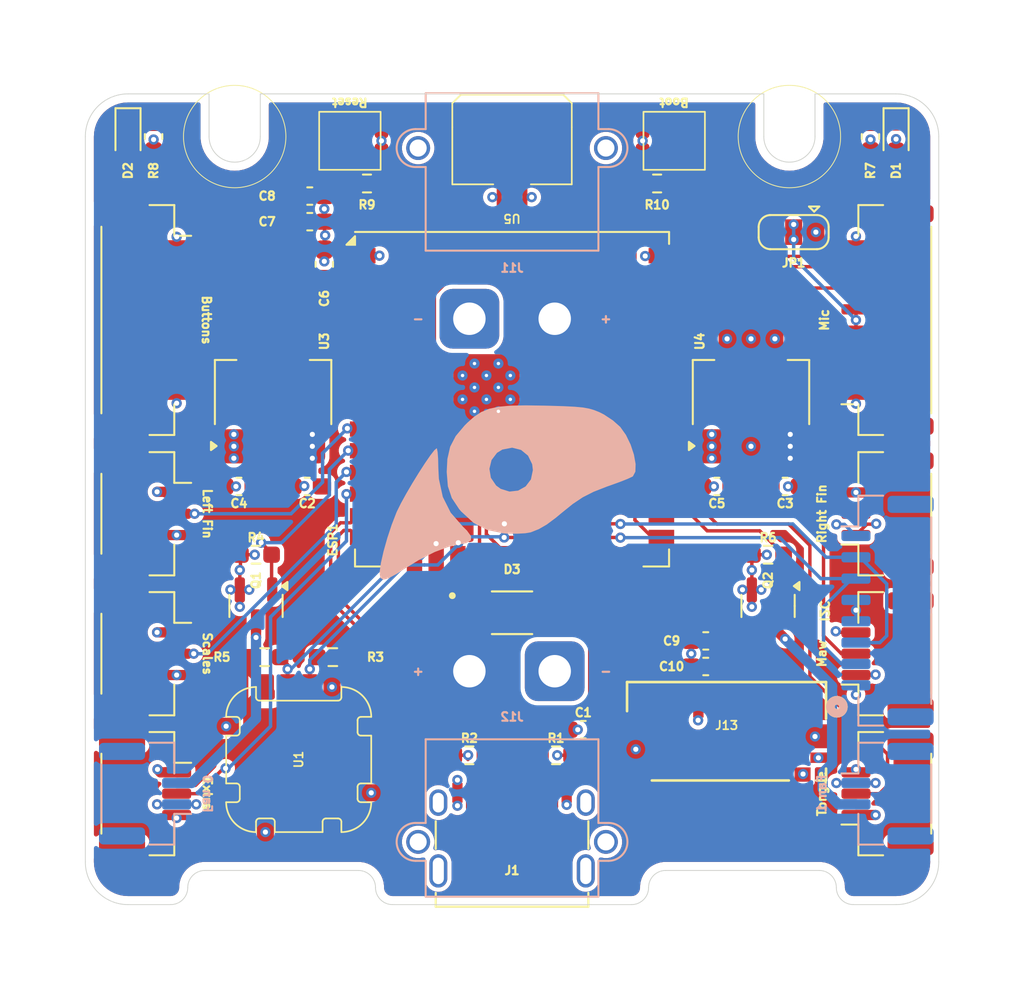
<source format=kicad_pcb>
(kicad_pcb (version 20241229) (generator "pcbnew") (generator_version "9.0")
  (layers (0 "F.Cu" signal) (4 "In1.Cu" signal) (6 "In2.Cu" signal) (2 "B.Cu" signal) (13 "F.Paste" user) (15 "B.Paste" user) (5 "F.SilkS" user "F.Silkscreen") (7 "B.SilkS" user "B.Silkscreen") (1 "F.Mask" user) (3 "B.Mask" user) (25 "Edge.Cuts" user))
  (net 0 "")
  (net 1 "Net-(ESP1-GPIO0{slash}BOOT)")
  (net 2 "GND")
  (net 3 "Net-(J1-VBUS_A)")
  (net 4 "+3V3")
  (net 5 "+5V")
  (net 6 "Net-(ESP1-EN)")
  (net 7 "Net-(D1-K)")
  (net 8 "Net-(D2-K)")
  (net 14 "Main USB +")
  (net 17 "Main USB -")
  (net 23 "Net-(J1-CC1)")
  (net 24 "Net-(J1-CC2)")
  (net 28 "SD SPI MISO")
  (net 29 "SD SPI CLK")
  (net 30 "SD SPI CS")
  (net 31 "SD SPI MOSI")
  (net 32 "Addr LED 0")
  (net 33 "Addr LED 1")
  (net 34 "Addr LED 2")
  (net 35 "Addr LED 3")
  (net 36 "Addr LED 4")
  (net 37 "Addr LED 5")
  (net 38 "I2S CLK")
  (net 39 "I2S WS")
  (net 40 "I2S Dout{slash}Analog")
  (net 41 "I2S L-R")
  (net 42 "Power UART TX")
  (net 43 "+RAWVS")
  (net 44 "Power UART RX")
  (net 45 "Fan 0")
  (net 46 "Fan 1")
  (net 47 "I2C SCL")
  (net 48 "I2C SDA")
  (net 49 "Button 3")
  (net 50 "Button 0")
  (net 51 "Button 2")
  (net 52 "Button 1")
  (net 53 "Net-(J9-Pin_2)")
  (net 54 "Net-(J10-Pin_2)")
  (net 57 "Net-(J14-Pin_4)")
  (footprint "Connector_JST:JST_GH_SM03B-GHS-TB_1x03-1MP_P1.25mm_Horizontal" (layer "F.Cu") (at 122 67.1 90)
    (property "Reference" "J5" (hide yes))
    (property "Value" "Right Fin")
  )
  (footprint "Capacitor_SMD:C_0603_1608Metric_Pad1.08x0.95mm_HandSolder" (layer "F.Cu") (at 116 65.5)
    (property "Reference" "C3")
    (property "Value" "0.1uf" (hide yes))
  )
  (footprint "Package_TO_SOT_SMD:SOT-23" (layer "F.Cu") (at 85 72.5 -90)
    (property "Reference" "Q1")
    (property "Value" "DMG3402L" (hide yes))
  )
  (footprint "Resistor_SMD:R_0603_1608Metric" (layer "F.Cu") (at 102.575 81.25)
    (property "Reference" "R1")
    (property "Value" "5.1K" (hide yes))
  )
  (footprint "Capacitor_SMD:C_0603_1608Metric_Pad1.08x0.95mm_HandSolder" (layer "F.Cu") (at 88.15 48.4875)
    (property "Reference" "C8")
    (property "Value" "0.1uF" (hide yes))
  )
  (footprint "Capacitor_SMD:C_0603_1608Metric_Pad1.08x0.95mm_HandSolder" (layer "F.Cu") (at 88.15 49.9875)
    (property "Reference" "C7")
    (property "Value" "22uF" (hide yes))
  )
  (footprint "Package_TO_SOT_SMD:SOT-223-3_TabPin2" (layer "F.Cu") (at 114 60 90)
    (property "Reference" "U4")
    (property "Value" "LD1117S50TR_SOT223" (hide yes))
  )
  (footprint "Connector_JST:JST_GH_SM03B-GHS-TB_1x03-1MP_P1.25mm_Horizontal" (layer "F.Cu") (at 78.5 83.5 -90)
    (property "Reference" "J7" (hide yes))
    (property "Value" "Extra")
  )
  (footprint "Resistor_SMD:R_0603_1608Metric" (layer "F.Cu") (at 97.5 81.25 180)
    (property "Reference" "R2")
    (property "Value" "5.1K" (hide yes))
  )
  (footprint "Package_TO_SOT_SMD:SOT-23" (layer "F.Cu") (at 115 72.5 -90)
    (property "Reference" "Q2")
    (property "Value" "DMG3402L" (hide yes))
  )
  (footprint "Diode_SMD:D_0603_1608Metric_Pad1.05x0.95mm_HandSolder" (layer "F.Cu") (at 77.5 45 -90)
    (property "Reference" "D2")
    (property "Value" "LED" (hide yes))
  )
  (footprint "Package_TO_SOT_SMD:SOT-223-3_TabPin2" (layer "F.Cu") (at 86 60 90)
    (property "Reference" "U3")
    (property "Value" "LD1117S33TR_SOT223" (hide yes))
  )
  (footprint "Capacitor_SMD:C_0603_1608Metric_Pad1.08x0.95mm_HandSolder" (layer "F.Cu") (at 111.35 74.55 180)
    (property "Reference" "C9")
    (property "Value" "22uF" (hide yes))
  )
  (footprint "USBC:AMPHENOL_10171746-00021LF" (layer "F.Cu") (at 100 88.025)
    (property "Reference" "J1")
    (property "Value" "10171746-00021LF" (hide yes))
  )
  (footprint "Resistor_SMD:R_0603_1608Metric_Pad0.98x0.95mm_HandSolder" (layer "F.Cu") (at 85.5 75.5)
    (property "Reference" "R5")
    (property "Value" "10K" (hide yes))
  )
  (footprint "Resistor_SMD:R_0603_1608Metric" (layer "F.Cu") (at 91.5 47.75 180)
    (property "Reference" "R9")
    (property "Value" "10K" (hide yes))
  )
  (footprint "Capacitor_SMD:C_0603_1608Metric_Pad1.08x0.95mm_HandSolder" (layer "F.Cu") (at 112 65.5 180)
    (property "Reference" "C5")
    (property "Value" "10uf" (hide yes))
  )
  (footprint "Connector_JST:JST_GH_SM08B-GHS-TB_1x08-1MP_P1.25mm_Horizontal" (layer "F.Cu") (at 122 55.75 90)
    (property "Reference" "J14" (hide yes))
    (property "Value" "Mic")
  )
  (footprint "Connector_JST:JST_GH_SM03B-GHS-TB_1x03-1MP_P1.25mm_Horizontal" (layer "F.Cu") (at 78.5 67.1 -90)
    (property "Reference" "J4" (hide yes))
    (property "Value" "Left Fin")
  )
  (footprint "Capacitor_SMD:C_0603_1608Metric_Pad1.08x0.95mm_HandSolder" (layer "F.Cu") (at 84 65.5 180)
    (property "Reference" "C4")
    (property "Value" "10uf" (hide yes))
  )
  (footprint "PMEG Diode:DIO_PMEG3050EP_115" (layer "F.Cu") (at 100 72.9)
    (property "Reference" "D3")
    (property "Value" "PMEG3050EP_115" (hide yes))
  )
  (footprint "Capacitor_SMD:C_0603_1608Metric" (layer "F.Cu") (at 104.175 79.75 180)
    (property "Reference" "C1")
    (property "Value" "10uF" (hide yes))
  )
  (footprint "Micro SD:MicroSD_473092651" (layer "F.Cu") (at 112.572906 78.434)
    (property "Reference" "J13")
    (property "Value" "MicroSD" (hide yes))
  )
  (footprint "Buttons:R-667843" (layer "F.Cu") (at 109.5 45.25 180)
    (property "Reference" "SW1" (hide yes))
    (property "Value" "Boot" (hide yes))
  )
  (footprint "Buttons:R-667843" (layer "F.Cu") (at 90.5 45.25)
    (property "Reference" "SW2" (hide yes))
    (property "Value" "RST" (hide yes))
  )
  (footprint "Connector_JST:JST_GH_SM08B-GHS-TB_1x08-1MP_P1.25mm_Horizontal" (layer "F.Cu") (at 78.5 55.75 -90)
    (property "Reference" "J8" (hide yes))
    (property "Value" "Buttons")
  )
  (footprint "Custom Modules:Sensored" (layer "F.Cu") (at 87.5 81.5 90)
    (property "Reference" "U1")
    (property "Value" "Sensored" (hide yes))
  )
  (footprint "Diode_SMD:D_0603_1608Metric_Pad1.05x0.95mm_HandSolder" (layer "F.Cu") (at 122.5 45 -90)
    (property "Reference" "D1")
    (property "Value" "LED" (hide yes))
  )
  (footprint "Resistor_SMD:R_0603_1608Metric_Pad0.98x0.95mm_HandSolder" (layer "F.Cu") (at 85 69.5 180)
    (property "Reference" "R4")
    (property "Value" "10K" (hide yes))
  )
  (footprint "Connector_JST:JST_GH_SM03B-GHS-TB_1x03-1MP_P1.25mm_Horizontal" (layer "F.Cu") (at 78.5 75.3 -90)
    (property "Reference" "J6" (hide yes))
    (property "Value" "Scales")
  )
  (footprint "Jumper:SolderJumper-3_P1.3mm_Open_RoundedPad1.0x1.5mm" (layer "F.Cu") (at 116.5 50.6 180)
    (property "Reference" "JP1")
    (property "Value" "SolderJumper_3_Open" (hide yes))
  )
  (footprint "Capacitor_SMD:C_0603_1608Metric_Pad1.08x0.95mm_HandSolder" (layer "F.Cu") (at 121 45 -90)
    (property "Reference" "R7")
    (property "Value" "155ohm min" (hide yes))
  )
  (footprint "Connector_JST:JST_GH_SM03B-GHS-TB_1x03-1MP_P1.25mm_Horizontal" (layer "F.Cu") (at 122 83.5 90)
    (property "Reference" "J3" (hide yes))
    (property "Value" "Tongue")
  )
  (footprint "Resistor_SMD:R_0603_1608Metric_Pad0.98x0.95mm_HandSolder" (layer "F.Cu") (at 89.5 75.5 180)
    (property "Reference" "R3")
    (property "Value" "10K" (hide yes))
  )
  (footprint "Capacitor_SMD:C_0603_1608Metric_Pad1.08x0.95mm_HandSolder" (layer "F.Cu") (at 111.35 76.05 180)
    (property "Reference" "C10")
    (property "Value" "0.1uF" (hide yes))
  )
  (footprint "RF_Module:ESP32-S3-WROOM-1U" (layer "F.Cu") (at 100 60.39)
    (property "Reference" "ESP1")
    (property "Value" "ESP32-S3-WROOM-1U" (hide yes))
  )
  (footprint "Capacitor_SMD:C_0603_1608Metric_Pad1.08x0.95mm_HandSolder" (layer "F.Cu") (at 88 65.5 180)
    (property "Reference" "C2")
    (property "Value" "0.1uf" (hide yes))
  )
  (footprint "Resistor_SMD:R_0603_1608Metric" (layer "F.Cu") (at 108.5 47.75)
    (property "Reference" "R10")
    (property "Value" "10K" (hide yes))
  )
  (footprint "Capacitor_SMD:C_0603_1608Metric_Pad1.08x0.95mm_HandSolder" (layer "F.Cu") (at 89 52.4875 -90)
    (property "Reference" "C6")
    (property "Value" "1uF" (hide yes))
  )
  (footprint "FCC:FFC-4-0.5" (layer "F.Cu") (at 100 47.9 180)
    (property "Reference" "U5")
    (property "Value" "Substructure" (hide yes))
  )
  (footprint "Resistor_SMD:R_0603_1608Metric_Pad0.98x0.95mm_HandSolder" (layer "F.Cu") (at 115 69.5 180)
    (property "Reference" "R6")
    (property "Value" "10K" (hide yes))
  )
  (footprint "Connector_JST:JST_GH_SM03B-GHS-TB_1x03-1MP_P1.25mm_Horizontal" (layer "F.Cu") (at 122 75.3 90)
    (property "Reference" "J2" (hide yes))
    (property "Value" "Maw")
  )
  (footprint "Capacitor_SMD:C_0603_1608Metric_Pad1.08x0.95mm_HandSolder" (layer "F.Cu") (at 79 45 -90)
    (property "Reference" "R8")
    (property "Value" "70ohm min" (hide yes))
  )
  (footprint "Connector_JST:JST_GH_SM02B-GHS-TB_1x02-1MP_P1.25mm_Horizontal" (layer "B.Cu") (at 122 83.5 -90)
    (property "Reference" "J10" (hide yes))
    (property "Value" "Fan 1")
  )
  (footprint "Connector_JST:JST_GH_SM02B-GHS-TB_1x02-1MP_P1.25mm_Horizontal" (layer "B.Cu") (at 78.5 83.5 90)
    (property "Reference" "J9" (hide yes))
    (property "Value" "Fan 0")
  )
  (footprint "Connector_AMASS:AMASS_XT30PW-M_1x02_P2.50mm_Horizontal" (layer "B.Cu") (at 97.5 55.675 180)
    (property "Reference" "J11")
    (property "Value" "Substructure Power" (hide yes))
  )
  (footprint "Connector_AMASS:AMASS_XT30PW-M_1x02_P2.50mm_Horizontal" (layer "B.Cu") (at 102.5 76.325)
    (property "Reference" "J12")
    (property "Value" "Head Power" (hide yes))
  )
  (footprint "LOGO" (layer "B.Cu") (at 99.75 66 180)
    (property "Reference" "G***" (hide yes))
    (property "Value" "LOGO" (hide yes))
  )
  (footprint "Connector_JST:JST_GH_SM08B-GHS-TB_1x08-1MP_P1.25mm_Horizontal" (layer "B.Cu") (at 122 72.775 -90)
    (property "Reference" "J15" (hide yes))
    (property "Value" "I2C")
  )
  (gr_circle (center 83.75 45) (end 86.75 45) (stroke (width 0.05)) (fill no) (layer "F.SilkS"))
  (gr_circle (center 116.25 45) (end 119.25 45) (stroke (width 0.05)) (fill no) (layer "F.SilkS"))
  (gr_arc (start 125 87.5) (mid 124.267767 89.267767) (end 122.5 90) (stroke (width 0.05)) (layer "Edge.Cuts"))
  (gr_arc (start 85.25 45) (mid 83.75 46.5) (end 82.25 45) (stroke (width 0.05)) (layer "Edge.Cuts"))
  (gr_line (start 75 87.5) (end 75 45) (stroke (width 0.05)) (layer "Edge.Cuts"))
  (gr_arc (start 77.5 90) (mid 75.732233 89.267767) (end 75 87.5) (stroke (width 0.05)) (layer "Edge.Cuts"))
  (gr_line (start 85.25 45) (end 85.25 42.5) (stroke (width 0.05)) (layer "Edge.Cuts"))
  (gr_arc (start 75 45) (mid 75.732233 43.232233) (end 77.5 42.5) (stroke (width 0.05)) (layer "Edge.Cuts"))
  (gr_arc (start 93 90) (mid 92.292893 89.707107) (end 92 89) (stroke (width 0.05)) (layer "Edge.Cuts"))
  (gr_line (start 80 90) (end 77.5 90) (stroke (width 0.05)) (layer "Edge.Cuts"))
  (gr_line (start 85.25 42.5) (end 114.75 42.5) (stroke (width 0.05)) (layer "Edge.Cuts"))
  (gr_line (start 82.25 45) (end 82.25 42.5) (stroke (width 0.05)) (layer "Edge.Cuts"))
  (gr_arc (start 122.5 42.5) (mid 124.267767 43.232233) (end 125 45) (stroke (width 0.05)) (layer "Edge.Cuts"))
  (gr_line (start 120 90) (end 122.5 90) (stroke (width 0.05)) (layer "Edge.Cuts"))
  (gr_arc (start 120 90) (mid 119.292893 89.707107) (end 119 89) (stroke (width 0.05)) (layer "Edge.Cuts"))
  (gr_arc (start 117.75 45) (mid 116.25 46.5) (end 114.75 45) (stroke (width 0.05)) (layer "Edge.Cuts"))
  (gr_line (start 125 45) (end 125 87.5) (stroke (width 0.05)) (layer "Edge.Cuts"))
  (gr_line (start 107 90) (end 93 90) (stroke (width 0.05)) (layer "Edge.Cuts"))
  (gr_arc (start 81 89) (mid 80.707107 89.707107) (end 80 90) (stroke (width 0.05)) (layer "Edge.Cuts"))
  (gr_line (start 117.75 45) (end 117.75 42.5) (stroke (width 0.05)) (layer "Edge.Cuts"))
  (gr_arc (start 108 89) (mid 107.707107 89.707107) (end 107 90) (stroke (width 0.05)) (layer "Edge.Cuts"))
  (gr_line (start 118 88) (end 109 88) (stroke (width 0.05)) (layer "Edge.Cuts"))
  (gr_line (start 117.75 42.5) (end 122.5 42.5) (stroke (width 0.05)) (layer "Edge.Cuts"))
  (gr_line (start 91 88) (end 82 88) (stroke (width 0.05)) (layer "Edge.Cuts"))
  (gr_arc (start 118 88) (mid 118.707107 88.292893) (end 119 89) (stroke (width 0.05)) (layer "Edge.Cuts"))
  (gr_line (start 114.75 45) (end 114.75 42.5) (stroke (width 0.05)) (layer "Edge.Cuts"))
  (gr_line (start 82.25 42.5) (end 77.5 42.5) (stroke (width 0.05)) (layer "Edge.Cuts"))
  (gr_arc (start 81 89) (mid 81.292892 88.292892) (end 82 88) (stroke (width 0.05)) (layer "Edge.Cuts"))
  (gr_arc (start 91 88) (mid 91.707107 88.292893) (end 92 89) (stroke (width 0.05)) (layer "Edge.Cuts"))
  (gr_arc (start 108 89) (mid 108.292892 88.292892) (end 109 88) (stroke (width 0.05)) (layer "Edge.Cuts"))
  (segment (start 107.199 49.801) (end 109.25 47.75) (width 0.2) (layer "F.Cu") (net 1))
  (segment (start 108.75 68.49) (end 108.218 68.49) (width 0.2) (layer "F.Cu") (net 1))
  (segment (start 111.35 44.5) (end 111.35 46) (width 0.2) (layer "F.Cu") (net 1))
  (segment (start 107.199 67.471) (end 107.199 49.801) (width 0.2) (layer "F.Cu") (net 1))
  (segment (start 109.25 47.75) (end 109.325 47.75) (width 0.2) (layer "F.Cu") (net 1))
  (segment (start 109.6 47.75) (end 111.35 46) (width 0.2) (layer "F.Cu") (net 1))
  (segment (start 111.425 46.075) (end 111.35 46) (width 0.2) (layer "F.Cu") (net 1))
  (segment (start 109.325 47.75) (end 109.6 47.75) (width 0.2) (layer "F.Cu") (net 1))
  (segment (start 108.218 68.49) (end 107.199 67.471) (width 0.2) (layer "F.Cu") (net 1))
  (segment (start 113.5125 71.5625) (end 113.5 71.55) (width 0.2) (layer "F.Cu") (net 2))
  (segment (start 84.0875 70.3625) (end 84.05 70.4) (width 0.2) (layer "F.Cu") (net 2))
  (segment (start 111.7 63.15) (end 111.7 63.85) (width 0.2) (layer "F.Cu") (net 2))
  (segment (start 117.957194 81.392806) (end 117.95 81.4) (width 0.2) (layer "F.Cu") (net 2))
  (segment (start 111.824313 65.5) (end 111.825 65.499313) (width 0.2) (layer "F.Cu") (net 2))
  (segment (start 89 49.0875) (end 88.85 49.2375) (width 0.2) (layer "F.Cu") (net 2))
  (segment (start 84.5875 71.5625) (end 84.6 71.55) (width 0.2) (layer "F.Cu") (net 2))
  (segment (start 79 45.8625) (end 79 45.175687) (width 0.2) (layer "F.Cu") (net 2))
  (segment (start 103.4 79.75) (end 103.85 79.75) (width 0.2) (layer "F.Cu") (net 2))
  (segment (start 89 49.85) (end 88.8625 49.9875) (width 0.2) (layer "F.Cu") (net 2))
  (segment (start 84.05 71.5625) (end 84.05 70.4) (width 0.2) (layer "F.Cu") (net 2))
  (segment (start 79 45.175687) (end 78.999313 45.175) (width 0.2) (layer "F.Cu") (net 2))
  (segment (start 120.15 51.375) (end 120.15 50.85) (width 0.2) (layer "F.Cu") (net 2))
  (segment (start 87.1375 65.5) (end 87.800343 65.5) (width 0.2) (layer "F.Cu") (net 2))
  (segment (start 108.75 51.98) (end 107.82 51.98) (width 0.2) (layer "F.Cu") (net 2))
  (segment (start 83.1375 65.5) (end 83.825 65.5) (width 0.2) (layer "F.Cu") (net 2))
  (segment (start 96.8 83.45) (end 96.8 84.206224) (width 0.2) (layer "F.Cu") (net 2))
  (segment (start 88.85 49.2375) (end 89 49.3875) (width 0.2) (layer "F.Cu") (net 2))
  (segment (start 110.916618 78.41) (end 110.916618 79.183382) (width 0.2) (layer "F.Cu") (net 2))
  (segment (start 89.0125 50.75) (end 89.05 50.7875) (width 0.2) (layer "F.Cu") (net 2))
  (segment (start 99.25 48.55) (end 98.85 48.55) (width 0.2) (layer "F.Cu") (net 2))
  (segment (start 96.8 83.45) (end 96.8 82.7) (width 0.2) (layer "F.Cu") (net 2))
  (segment (start 111.1375 65.5) (end 111.824313 65.5) (width 0.2) (layer "F.Cu") (net 2))
  (segment (start 87.800343 65.5) (end 87.825 65.475343) (width 0.2) (layer "F.Cu") (net 2))
  (segment (start 116.8625 65.5) (end 116.175 65.5) (width 0.2) (layer "F.Cu") (net 2))
  (segment (start 92.23 51.98) (end 91.25 51.98) (width 0.2) (layer "F.Cu") (net 2))
  (segment (start 89 48.625) (end 89 49.0875) (width 0.2) (layer "F.Cu") (net 2))
  (segment (start 83.7 63.15) (end 83.7 63.85) (width 0.2) (layer "F.Cu") (net 2))
  (segment (start 88.8625 48.4875) (end 89 48.625) (width 0.2) (layer "F.Cu") (net 2))
  (segment (start 92.35 46) (end 92.35 45.25) (width 0.2) (layer "F.Cu") (net 2))
  (segment (start 107.261194 80.890307) (end 107.259693 80.890307) (width 0.2) (layer "F.Cu") (net 2))
  (segment (start 117.021106 82.3807) (end 117.021106 82.378894) (width 0.2) (layer "F.Cu") (net 2))
  (segment (start 120.15 74.05) (end 119.028243 74.05) (width 0.2) (layer "F.Cu") (net 2))
  (segment (start 117.973605 81.392806) (end 117.957194 81.392806) (width 0.2) (layer "F.Cu") (net 2))
  (segment (start 119.028243 74.05) (end 118.965069 73.986826) (width 0.2) (layer "F.Cu") (net 2))
  (segment (start 89 51.625) (end 89 50.8375) (width 0.2) (layer "F.Cu") (net 2))
  (segment (start 103.4 81.25) (end 102.65 81.25) (width 0.2) (layer "F.Cu") (net 2))
  (segment (start 84.05 71.5625) (end 84.05 72.55) (width 0.2) (layer "F.Cu") (net 2))
  (segment (start 114.05 70.4) (end 114.05 69.5375) (width 0.2) (layer "F.Cu") (net 2))
  (segment (start 107.65 44.5) (end 107.65 45.25) (width 0.2) (layer "F.Cu") (net 2))
  (segment (start 84.924313 69.5) (end 84.925 69.499313) (width 0.2) (layer "F.Cu") (net 2))
  (segment (start 84.0875 69.5) (end 84.924313 69.5) (width 0.2) (layer "F.Cu") (net 2))
  (segment (start 84.0875 69.5) (end 84.0875 70.3625) (width 0.2) (layer "F.Cu") (net 2))
  (segment (start 89.0125 49.9875) (end 89.0125 50.75) (width 0.2) (layer "F.Cu") (net 2))
  (segment (start 80.35 51.375) (end 80.35 50.875) (width 0.2) (layer "F.Cu") (net 2))
  (segment (start 89 50.8375) (end 89.05 50.7875) (width 0.2) (layer "F.Cu") (net 2))
  (segment (start 84.05 71.5625) (end 83.5125 71.5625) (width 0.2) (layer "F.Cu") (net 2))
  (segment (start 89 49.3875) (end 89 49.85) (width 0.2) (layer "F.Cu") (net 2))
  (segment (start 110.4875 76.05) (end 110.4875 75.3125) (width 0.2) (layer "F.Cu") (net 2))
  (segment (start 92.35 44.5) (end 92.35 45.25) (width 0.2) (layer "F.Cu") (net 2))
  (segment (start 117.745006 80.145006) (end 117.75 80.15) (width 0.2) (layer "F.Cu") (net 2))
  (segment (start 100.75 48.55) (end 101.15 48.55) (width 0.2) (layer "F.Cu") (net 2))
  (segment (start 110.916618 79.183382) (end 110.9 79.2) (width 0.2) (layer "F.Cu") (net 2))
  (segment (start 80.35 84.75) (end 80.35 84.925) (width 0.2) (layer "F.Cu") (net 2))
  (segment (start 114.05 71.5625) (end 113.5125 71.5625) (width 0.2) (layer "F.Cu") (net 2))
  (segment (start 80.35 60.125) (end 80.35 60.625) (width 0.2) (layer "F.Cu") (net 2))
  (segment (start 84.05 71.5625) (end 84.5875 71.5625) (width 0.2) (layer "F.Cu") (net 2))
  (segment (start 120.15 82.25) (end 120.15 82.075) (width 0.2) (layer "F.Cu") (net 2))
  (segment (start 97.415338 81.5) (end 97.425 81.490338) (width 0.2) (layer "F.Cu") (net 2))
  (segment (start 117.745006 80.138005) (end 117.745006 80.145006) (width 0.2) (layer "F.Cu") (net 2))
  (segment (start 114.924313 69.5) (end 114.925 69.499313) (width 0.2) (layer "F.Cu") (net 2))
  (segment (start 114.05 71.5625) (end 114.5875 71.5625) (width 0.2) (layer "F.Cu") (net 2))
  (segment (start 114.5875 71.5625) (end 114.6 71.55) (width 0.2) (layer "F.Cu") (net 2))
  (segment (start 107.259693 80.890307) (end 107.25 80.9) (width 0.2) (layer "F.Cu") (net 2))
  (segment (start 96.675 81.25) (end 97.415338 81.25) (width 0.2) (layer "F.Cu") (net 2))
  (segment (start 107.65 46) (end 107.65 45.25) (width 0.2) (layer "F.Cu") (net 2))
  (segment (start 107.82 51.98) (end 107.8 52) (width 0.2) (layer "F.Cu") (net 2))
  (segment (start 117.021106 82.378894) (end 117.05 82.35) (width 0.2) (layer "F.Cu") (net 2))
  (segment (start 114.05 69.5375) (end 114.0875 69.5) (width 0.2) (layer "F.Cu") (net 2))
  (segment (start 110.4875 75.2875) (end 110.5 75.3) (width 0.2) (layer "F.Cu") (net 2))
  (segment (start 110.4875 75.3125) (end 110.5 75.3) (width 0.2) (layer "F.Cu") (net 2))
  (segment (start 114.0875 69.5) (end 114.924313 69.5) (width 0.2) (layer "F.Cu") (net 2))
  (segment (start 120.15 60.125) (end 120.15 60.65) (width 0.2) (layer "F.Cu") (net 2))
  (segment (start 114.05 71.5625) (end 114.05 72.55) (width 0.2) (layer "F.Cu") (net 2))
  (segment (start 89 51.625) (end 89 52.3125) (width 0.2) (layer "F.Cu") (net 2))
  (segment (start 114.05 71.5625) (end 114.05 70.4) (width 0.2) (layer "F.Cu") (net 2))
  (segment (start 103.2 83.45) (end 103.2 84.15) (width 0.2) (layer "F.Cu") (net 2))
  (segment (start 121 45.8625) (end 121 45.175) (width 0.2) (layer "F.Cu") (net 2))
  (segment (start 83.5125 71.5625) (end 83.5 71.55) (width 0.2) (layer "F.Cu") (net 2))
  (segment (start 110.4875 74.55) (end 110.4875 75.2875) (width 0.2) (layer "F.Cu") (net 2))
  (via (at 114.05 70.4) (size 0.6) (drill 0.3) (layers "F.Cu" "B.Cu") (net 2))
  (via (at 113.5 71.55) (size 0.6) (drill 0.3) (layers "F.Cu" "B.Cu") (net 2))
  (via (at 111.7 62.45) (size 0.6) (drill 0.3) (layers "F.Cu" "B.Cu") (net 2))
  (via (at 78.999313 45.175) (size 0.6) (drill 0.3) (layers "F.Cu" "B.Cu") (net 2))
  (via (at 120.15 60.65) (size 0.6) (drill 0.3) (layers "F.Cu" "B.Cu") (net 2))
  (via (at 85.55 85.75) (size 0.6) (drill 0.3) (layers "F.Cu" "B.Cu") (net 2))
  (via (at 117.75 80.15) (size 0.6) (drill 0.3) (layers "F.Cu" "B.Cu") (net 2))
  (via (at 98.85 48.55) (size 0.6) (drill 0.3) (layers "F.Cu" "B.Cu") (net 2))
  (via (at 80.35 60.625) (size 0.6) (drill 0.3) (layers "F.Cu" "B.Cu") (net 2))
  (via (at 83.7 62.45) (size 0.6) (drill 0.3) (layers "F.Cu" "B.Cu") (net 2))
  (via (at 117.95 81.4) (size 0.6) (drill 0.3) (layers "F.Cu" "B.Cu") (net 2))
  (via (at 114.6 71.55) (size 0.6) (drill 0.3) (layers "F.Cu" "B.Cu") (net 2))
  (via (at 120.15 82.075) (size 0.6) (drill 0.3) (layers "F.Cu" "B.Cu") (net 2))
  (via (at 87.825 65.475343) (size 0.6) (drill 0.3) (layers "F.Cu" "B.Cu") (net 2))
  (via (at 111.825 65.499313) (size 0.6) (drill 0.3) (layers "F.Cu" "B.Cu") (net 2))
  (via (at 83.25 79.55) (size 0.6) (drill 0.3) (layers "F.Cu" "B.Cu") (net 2))
  (via (at 111.7 63.85) (size 0.6) (drill 0.3) (layers "F.Cu" "B.Cu") (net 2))
  (via (at 102.65 81.25) (size 0.6) (drill 0.3) (layers "F.Cu" "B.Cu") (net 2))
  (via (at 89.45 77.25) (size 0.6) (drill 0.3) (layers "F.Cu" "B.Cu") (net 2))
  (via (at 121 45.175) (size 0.6) (drill 0.3) (layers "F.Cu" "B.Cu") (net 2))
  (via (at 92.35 45.25) (size 0.6) (drill 0.3) (layers "F.Cu" "B.Cu") (net 2))
  (via (at 96.8 84.206224) (size 0.6) (drill 0.3) (layers "F.Cu" "B.Cu") (net 2))
  (via (at 84.05 72.55) (size 0.6) (drill 0.3) (layers "F.Cu" "B.Cu") (net 2))
  (via (at 114.05 72.55) (size 0.6) (drill 0.3) (layers "F.Cu" "B.Cu") (net 2))
  (via (at 89 52.3125) (size 0.6) (drill 0.3) (layers "F.Cu" "B.Cu") (net 2))
  (via (at 118.965069 73.986826) (size 0.6) (drill 0.3) (layers "F.Cu" "B.Cu") (net 2))
  (via (at 120.15 65.85) (size 0.6) (drill 0.3) (layers "F.Cu" "B.Cu") (net 2))
  (via (at 97.425 81.240338) (size 0.6) (drill 0.3) (layers "F.Cu" "B.Cu") (net 2))
  (via (at 92.23 51.98) (size 0.6) (drill 0.3) (layers "F.Cu" "B.Cu") (net 2))
  (via (at 80.35 84.925) (size 0.6) (drill 0.3) (layers "F.Cu" "B.Cu") (net 2))
  (via (at 80.35 50.875) (size 0.6) (drill 0.3) (layers "F.Cu" "B.Cu") (net 2))
  (via (at 84.925 69.499313) (size 0.6) (drill 0.3) (layers "F.Cu" "B.Cu") (net 2))
  (via (at 110.9 79.2) (size 0.6) (drill 0.3) (layers "F.Cu" "B.Cu") (net 2))
  (via (at 89 49.2375) (size 0.6) (drill 0.3) (layers "F.Cu" "B.Cu") (net 2))
  (via (at 117.05 82.35) (size 0.6) (drill 0.3) (layers "F.Cu" "B.Cu") (net 2))
  (via (at 110.5 75.3) (size 0.6) (drill 0.3) (layers "F.Cu" "B.Cu") (net 2))
  (via (at 103.85 79.75) (size 0.6) (drill 0.3) (layers "F.Cu" "B.Cu") (net 2))
  (via (at 120.15 50.85) (size 0.6) (drill 0.3) (layers "F.Cu" "B.Cu") (net 2))
  (via (at 83.5 71.55) (size 0.6) (drill 0.3) (layers "F.Cu" "B.Cu") (net 2))
  (via (at 101.15 48.55) (size 0.6) (drill 0.3) (layers "F.Cu" "B.Cu") (net 2))
  (via (at 80.35 68.35) (size 0.6) (drill 0.3) (layers "F.Cu" "B.Cu") (net 2))
  (via (at 91.75 83.45) (size 0.6) (drill 0.3) (layers "F.Cu" "B.Cu") (net 2))
  (via (at 116.175 65.5) (size 0.6) (drill 0.3) (layers "F.Cu" "B.Cu") (net 2))
  (via (at 119.002125 67.725) (size 0.6) (drill 0.3) (layers "F.Cu" "B.Cu") (net 2))
  (via (at 83.7 63.85) (size 0.6) (drill 0.3) (layers "F.Cu" "B.Cu") (net 2))
  (via (at 80.35 76.55) (size 0.6) (drill 0.3) (layers "F.Cu" "B.Cu") (net 2))
  (via (at 107.65 45.25) (size 0.6) (drill 0.3) (layers "F.Cu" "B.Cu") (net 2))
  (via (at 84.05 70.4) (size 0.6) (drill 0.3) (layers "F.Cu" "B.Cu") (net 2))
  (via (at 89.05 50.7875) (size 0.6) (drill 0.3) (layers "F.Cu" "B.Cu") (net 2))
  (via (at 103.2 84.15) (size 0.6) (drill 0.3) (layers "F.Cu" "B.Cu") (net 2))
  (via (at 107.8 52) (size 0.6) (drill 0.3) (layers "F.Cu" "B.Cu") (net 2))
  (via (at 114.925 69.499313) (size 0.6) (drill 0.3) (layers "F.Cu" "B.Cu") (net 2))
  (via (at 83.825 65.5) (size 0.6) (drill 0.3) (layers "F.Cu" "B.Cu") (net 2))
  (via (at 84.6 71.55) (size 0.6) (drill 0.3) (layers "F.Cu" "B.Cu") (net 2))
  (via (at 111.7 63.15) (size 0.6) (drill 0.3) (layers "F.Cu" "B.Cu") (net 2))
  (via (at 96.8 82.7) (size 0.6) (drill 0.3) (layers "F.Cu" "B.Cu") (net 2))
  (via (at 83.7 63.15) (size 0.6) (drill 0.3) (layers "F.Cu" "B.Cu") (net 2))
  (via (at 120.15 77.7) (size 0.6) (drill 0.3) (layers "F.Cu" "B.Cu") (net 2))
  (via (at 107.25 80.9) (size 0.6) (drill 0.3) (layers "F.Cu" "B.Cu") (net 2))
  (segment (start 119.002125 67.725) (end 119.475 67.725) (width 0.2) (layer "B.Cu") (net 2))
  (segment (start 119.475 67.725) (end 120.15 68.4) (width 0.2) (layer "B.Cu") (net 2))
  (segment (start 120.15 77.15) (end 120.15 77.7) (width 0.2) (layer "B.Cu") (net 2))
  (segment (start 104.95 81.5) (end 104.95 79.75) (width 1) (layer "F.Cu") (net 3))
  (segment (start 101.65 85) (end 102.4 84.25) (width 0.6) (layer "F.Cu") (net 3))
  (segment (start 102.75 82.3) (end 104.15 82.3) (width 0.6) (layer "F.Cu") (net 3))
  (segment (start 97.6 84.3) (end 98.3 85) (width 0.6) (layer "F.Cu") (net 3))
  (segment (start 103.25 72.9) (end 102.2 72.9) (width 1) (layer "F.Cu") (net 3))
  (segment (start 104.95 79.75) (end 104.95 74.6) (width 1) (layer "F.Cu") (net 3))
  (segment (start 102.4 82.65) (end 102.75 82.3) (width 0.6) (layer "F.Cu") (net 3))
  (segment (start 102.4 84.25) (end 102.4 83.45) (width 0.6) (layer "F.Cu") (net 3))
  (segment (start 97.6 83.45) (end 97.6 84.3) (width 0.6) (layer "F.Cu") (net 3))
  (segment (start 104.15 82.3) (end 104.2 82.25) (width 0.6) (layer "F.Cu") (net 3))
  (segment (start 104.2 82.25) (end 104.95 81.5) (width 1) (layer "F.Cu") (net 3))
  (segment (start 102.4 83.45) (end 102.4 82.65) (width 0.6) (layer "F.Cu") (net 3))
  (segment (start 104.95 74.6) (end 103.25 72.9) (width 1) (layer "F.Cu") (net 3))
  (segment (start 98.3 85) (end 101.65 85) (width 0.6) (layer "F.Cu") (net 3))
  (via (at 120.15 72.75) (size 0.6) (drill 0.3) (layers "F.Cu" "B.Cu") (net 4))
  (segment (start 120.15 72.75) (end 120.15 73.4) (width 0.2) (layer "B.Cu") (net 4))
  (segment (start 120.15 72.15) (end 120.15 72.75) (width 0.2) (layer "B.Cu") (net 4))
  (segment (start 120.15 84.75) (end 121.3 84.75) (width 0.6) (layer "F.Cu") (net 5))
  (segment (start 112.8625 64.2875) (end 114 63.15) (width 0.2) (layer "F.Cu") (net 5))
  (segment (start 79.202126 65.815088) (end 80.315088 65.815088) (width 0.6) (layer "F.Cu") (net 5))
  (segment (start 80.315088 65.815088) (end 80.35 65.85) (width 0.6) (layer "F.Cu") (net 5))
  (segment (start 112.8625 65.5) (end 112.8625 64.2875) (width 0.2) (layer "F.Cu") (net 5))
  (segment (start 114 56.85) (end 112.6 56.85) (width 0.2) (layer "F.Cu") (net 5))
  (segment (start 122.5 45.875) (end 122.5 45.15) (width 0.2) (layer "F.Cu") (net 5))
  (segment (start 121.297874 76.525001) (end 121.272875 76.55) (width 0.2) (layer "F.Cu") (net 5))
  (segment (start 79.202126 74.05) (end 80.35 74.05) (width 0.6) (layer "F.Cu") (net 5))
  (segment (start 79.402126 82.25) (end 80.35 82.25) (width 0.6) (layer "F.Cu") (net 5))
  (segment (start 121.272875 76.55) (end 120.15 76.55) (width 0.2) (layer "F.Cu") (net 5))
  (segment (start 121.311822 67.710013) (end 120.789987 67.710013) (width 0.2) (layer "F.Cu") (net 5))
  (segment (start 79.227126 82.075) (end 79.402126 82.25) (width 0.6) (layer "F.Cu") (net 5))
  (segment (start 120.789987 67.710013) (end 120.15 68.35) (width 0.2) (layer "F.Cu") (net 5))
  (segment (start 121.334389 67.687446) (end 121.311822 67.710013) (width 0.2) (layer "F.Cu") (net 5))
  (segment (start 114 56.85) (end 115.4 56.85) (width 0.2) (layer "F.Cu") (net 5))
  (via (at 79.202126 84.124999) (size 0.6) (drill 0.3) (layers "F.Cu" "B.Cu") (net 5))
  (via (at 81.497875 84.124999) (size 0.6) (drill 0.3) (layers "F.Cu" "B.Cu") (net 5))
  (via (at 114 63.15) (size 0.6) (drill 0.3) (layers "F.Cu" "B.Cu") (net 5))
  (via (at 79.202126 65.815088) (size 0.6) (drill 0.3) (layers "F.Cu" "B.Cu") (net 5))
  (via (at 121.297875 82.875) (size 0.6) (drill 0.3) (layers "F.Cu" "B.Cu") (net 5))
  (via (at 114 56.85) (size 0.6) (drill 0.3) (layers "F.Cu" "B.Cu") (net 5))
  (via (at 121.297874 76.525001) (size 0.6) (drill 0.3) (layers "F.Cu" "B.Cu") (net 5))
  (via (at 119.002125 82.875) (size 0.6) (drill 0.3) (layers "F.Cu" "B.Cu") (net 5))
  (via (at 122.5 45.15) (size 0.6) (drill 0.3) (layers "F.Cu" "B.Cu") (net 5))
  (via (at 121.334389 67.687446) (size 0.6) (drill 0.3) (layers "F.Cu" "B.Cu") (net 5))
  (via (at 115.4 56.85) (size 0.6) (drill 0.3) (layers "F.Cu" "B.Cu") (net 5))
  (via (at 117.8 50.6) (size 0.6) (drill 0.3) (layers "F.Cu" "B.Cu") (net 5))
  (via (at 79.202126 74.05) (size 0.6) (drill 0.3) (layers "F.Cu" "B.Cu") (net 5))
  (via (at 79.227126 82.075) (size 0.6) (drill 0.3) (layers "F.Cu" "B.Cu") (net 5))
  (via (at 112.6 56.85) (size 0.6) (drill 0.3) (layers "F.Cu" "B.Cu") (net 5))
  (via (at 121.3 84.75) (size 0.6) (drill 0.3) (layers "F.Cu" "B.Cu") (net 5))
  (segment (start 80.35 84.125) (end 81.497875 84.124999) (width 0.2) (layer "B.Cu") (net 5))
  (segment (start 80.35 84.125) (end 79.202126 84.124999) (width 0.2) (layer "B.Cu") (net 5))
  (segment (start 120.15 82.875) (end 121.297875 82.875) (width 0.2) (layer "B.Cu") (net 5))
  (segment (start 120.15 82.875) (end 119.002125 82.875) (width 0.2) (layer "B.Cu") (net 5))
  (segment (start 90.17 54.52) (end 89 53.35) (width 0.2) (layer "F.Cu") (net 6))
  (segment (start 91.25 54.52) (end 90.17 54.52) (width 0.2) (layer "F.Cu") (net 6))
  (segment (start 89 53.35) (end 89.5125 53.35) (width 0.2) (layer "F.Cu") (net 6))
  (segment (start 90.4 47.75) (end 88.65 46) (width 0.2) (layer "F.Cu") (net 6))
  (segment (start 89.5125 53.35) (end 89.851 53.0115) (width 0.2) (layer "F.Cu") (net 6))
  (segment (start 89.851 53.0115) (end 89.851 48.574) (width 0.2) (layer "F.Cu") (net 6))
  (segment (start 88.575 46.075) (end 88.65 46) (width 0.2) (layer "F.Cu") (net 6))
  (segment (start 90.675 47.75) (end 90.4 47.75) (width 0.2) (layer "F.Cu") (net 6))
  (segment (start 89.851 48.574) (end 90.675 47.75) (width 0.2) (layer "F.Cu") (net 6))
  (segment (start 88.65 44.5) (end 88.65 46) (width 0.2) (layer "F.Cu") (net 6))
  (segment (start 121.0125 44.125) (end 121 44.1375) (width 0.2) (layer "F.Cu") (net 7))
  (segment (start 122.5 44.125) (end 121.0125 44.125) (width 0.2) (layer "F.Cu") (net 7))
  (segment (start 78.9875 44.125) (end 79 44.1375) (width 0.2) (layer "F.Cu") (net 8))
  (segment (start 77.5 44.125) (end 78.9875 44.125) (width 0.2) (layer "F.Cu") (net 8))
  (segment (start 100.75 82.674) (end 100.75 83.45) (width 0.2) (layer "F.Cu") (net 14))
  (segment (start 97.443198 79.625) (end 89.825 72.006802) (width 0.2) (layer "F.Cu") (net 14))
  (segment (start 99.75 82.587499) (end 99.725 82.562499) (width 0.2) (layer "F.Cu") (net 14))
  (segment (start 99.75 82.623) (end 99.799 82.574) (width 0.2) (layer "F.Cu") (net 14))
  (segment (start 90.54 68.08) (end 90.95 68.49) (width 0.2) (layer "F.Cu") (net 14))
  (segment (start 89.825 72.006802) (end 89.825 68.393198) (width 0.2) (layer "F.Cu") (net 14))
  (segment (start 99.75 83.45) (end 99.75 82.587499) (width 0.2) (layer "F.Cu") (net 14))
  (segment (start 90.138198 68.08) (end 90.54 68.08) (width 0.2) (layer "F.Cu") (net 14))
  (segment (start 99.75 83.45) (end 99.75 82.623) (width 0.2) (layer "F.Cu") (net 14))
  (segment (start 98.743198 79.625) (end 97.443198 79.625) (width 0.2) (layer "F.Cu") (net 14))
  (segment (start 99.799 82.574) (end 100.65 82.574) (width 0.2) (layer "F.Cu") (net 14))
  (segment (start 89.825 68.393198) (end 90.138198 68.08) (width 0.2) (layer "F.Cu") (net 14))
  (segment (start 99.725 82.562499) (end 99.725 80.606802) (width 0.2) (layer "F.Cu") (net 14))
  (segment (start 90.95 68.49) (end 91.25 68.49) (width 0.2) (layer "F.Cu") (net 14))
  (segment (start 100.65 82.574) (end 100.75 82.674) (width 0.2) (layer "F.Cu") (net 14))
  (segment (start 99.725 80.606802) (end 98.743198 79.625) (width 0.2) (layer "F.Cu") (net 14))
  (segment (start 100.25 84.277) (end 100.25 83.45) (width 0.2) (layer "F.Cu") (net 17))
  (segment (start 99.25 83.45) (end 99.25 84.277) (width 0.2) (layer "F.Cu") (net 17))
  (segment (start 99.299 84.326) (end 100.201 84.326) (width 0.2) (layer "F.Cu") (net 17))
  (segment (start 89.375 68.206802) (end 89.951802 67.63) (width 0.2) (layer "F.Cu") (net 17))
  (segment (start 89.951802 67.63) (end 90.54 67.63) (width 0.2) (layer "F.Cu") (net 17))
  (segment (start 90.95 67.22) (end 91.25 67.22) (width 0.2) (layer "F.Cu") (net 17))
  (segment (start 97.256802 80.075) (end 89.375 72.193198) (width 0.2) (layer "F.Cu") (net 17))
  (segment (start 90.54 67.63) (end 90.95 67.22) (width 0.2) (layer "F.Cu") (net 17))
  (segment (start 99.25 82.587499) (end 99.275 82.562499) (width 0.2) (layer "F.Cu") (net 17))
  (segment (start 99.25 84.277) (end 99.299 84.326) (width 0.2) (layer "F.Cu") (net 17))
  (segment (start 100.201 84.326) (end 100.25 84.277) (width 0.2) (layer "F.Cu") (net 17))
  (segment (start 99.275 82.562499) (end 99.275 80.793198) (width 0.2) (layer "F.Cu") (net 17))
  (segment (start 98.556802 80.075) (end 97.256802 80.075) (width 0.2) (layer "F.Cu") (net 17))
  (segment (start 99.25 83.45) (end 99.25 82.587499) (width 0.2) (layer "F.Cu") (net 17))
  (segment (start 89.375 72.193198) (end 89.375 68.206802) (width 0.2) (layer "F.Cu") (net 17))
  (segment (start 99.275 80.793198) (end 98.556802 80.075) (width 0.2) (layer "F.Cu") (net 17))
  (segment (start 98.75 81.675) (end 98.325 81.25) (width 0.2) (layer "F.Cu") (net 23))
  (segment (start 98.75 83.45) (end 98.75 81.675) (width 0.2) (layer "F.Cu") (net 23))
  (segment (start 101.75 81.575) (end 101.675 81.5) (width 0.2) (layer "F.Cu") (net 24))
  (segment (start 101.75 83.45) (end 101.75 81.575) (width 0.2) (layer "F.Cu") (net 24))
  (segment (start 101.905 70.205) (end 101.905 69.74) (width 0.2) (layer "F.Cu") (net 28))
  (segment (start 109.816618 78.41) (end 109.816618 78.116618) (width 0.2) (layer "F.Cu") (net 28))
  (segment (start 109.816618 78.116618) (end 101.905 70.205) (width 0.2) (layer "F.Cu") (net 28))
  (segment (start 103.175 69.74) (end 103.175 70.9079) (width 0.2) (layer "F.Cu") (net 29))
  (segment (start 111.410819 77.4867) (end 112.016619 78.0925) (width 0.2) (layer "F.Cu") (net 29))
  (segment (start 109.7538 77.4867) (end 111.410819 77.4867) (width 0.2) (layer "F.Cu") (net 29))
  (segment (start 112.016619 78.0925) (end 112.016619 78.41) (width 0.2) (layer "F.Cu") (net 29))
  (segment (start 103.175 70.9079) (end 109.7538 77.4867) (width 0.2) (layer "F.Cu") (net 29))
  (segment (start 115.316617 75.781383) (end 115.316617 78.41) (width 0.2) (layer "F.Cu") (net 30))
  (segment (start 105.715 69.74) (end 105.715 70.69) (width 0.2) (layer "F.Cu") (net 30))
  (segment (start 107.824 72.799) (end 112.334234 72.799) (width 0.2) (layer "F.Cu") (net 30))
  (segment (start 105.715 70.69) (end 107.824 72.799) (width 0.2) (layer "F.Cu") (net 30))
  (segment (start 112.334234 72.799) (end 115.316617 75.781383) (width 0.2) (layer "F.Cu") (net 30))
  (segment (start 112.168134 73.2) (end 107.373 73.2) (width 0.2) (layer "F.Cu") (net 31))
  (segment (start 107.373 73.2) (end 104.445 70.272) (width 0.2) (layer "F.Cu") (net 31))
  (segment (start 104.445 70.272) (end 104.445 69.74) (width 0.2) (layer "F.Cu") (net 31))
  (segment (start 114.216617 78.410001) (end 114.216617 75.248483) (width 0.2) (layer "F.Cu") (net 31))
  (segment (start 114.216617 75.248483) (end 112.168134 73.2) (width 0.2) (layer "F.Cu") (net 31))
  (segment (start 119.300001 75.3) (end 118.249 74.248999) (width 0.2) (layer "F.Cu") (net 32))
  (segment (start 118.249 63.142992) (end 116.756008 61.65) (width 0.2) (layer "F.Cu") (net 32))
  (segment (start 116.756008 61.65) (end 111.042 61.65) (width 0.2) (layer "F.Cu") (net 32))
  (segment (start 120.15 75.3) (end 119.300001 75.3) (width 0.2) (layer "F.Cu") (net 32))
  (segment (start 111.042 61.65) (end 109.282 63.41) (width 0.2) (layer "F.Cu") (net 32))
  (segment (start 109.282 63.41) (end 108.75 63.41) (width 0.2) (layer "F.Cu") (net 32))
  (segment (start 118.249 63.142992) (end 118.249 74.248999) (width 0.2) (layer "F.Cu") (net 32))
  (segment (start 117.45 76.63616) (end 117.45 68.95) (width 0.2) (layer "F.Cu") (net 33))
  (segment (start 120.15 83.5) (end 121.522818 83.5) (width 0.2) (layer "F.Cu") (net 33))
  (segment (start 112.001 67.7) (end 110.05 65.749) (width 0.2) (layer "F.Cu") (net 33))
  (segment (start 117.45 68.95) (end 116.2 67.7) (width 0.2) (layer "F.Cu") (net 33))
  (segment (start 109.7 64.68) (end 108.75 64.68) (width 0.2) (layer "F.Cu") (net 33))
  (segment (start 110.05 65.03) (end 109.7 64.68) (width 0.2) (layer "F.Cu") (net 33))
  (segment (start 122 81.18616) (end 117.45 76.63616) (width 0.2) (layer "F.Cu") (net 33))
  (segment (start 122 83.022818) (end 122 81.18616) (width 0.2) (layer "F.Cu") (net 33))
  (segment (start 110.05 65.749) (end 110.05 65.03) (width 0.2) (layer "F.Cu") (net 33))
  (segment (start 116.2 67.7) (end 112.001 67.7) (width 0.2) (layer "F.Cu") (net 33))
  (segment (start 121.522818 83.5) (end 122 83.022818) (width 0.2) (layer "F.Cu") (net 33))
  (segment (start 80.35 67.1) (end 81.4 67.1) (width 0.2) (layer "F.Cu") (net 34))
  (segment (start 91.21 62.1) (end 91.25 62.14) (width 0.2) (layer "F.Cu") (net 34))
  (segment (start 90.35 62.1) (end 91.21 62.1) (width 0.2) (layer "F.Cu") (net 34))
  (via (at 81.4 67.1) (size 0.6) (drill 0.3) (layers "F.Cu" "B.Cu") (net 34))
  (via (at 90.35 62.1) (size 0.6) (drill 0.3) (layers "F.Cu" "B.Cu") (net 34))
  (segment (start 88.898 63.552) (end 90.35 62.1) (width 0.2) (layer "B.Cu") (net 34))
  (segment (start 88.898 64.101943) (end 88.901 64.098943) (width 0.2) (layer "B.Cu") (net 34))
  (segment (start 88.901 64.098943) (end 88.901 63.601057) (width 0.2) (layer "B.Cu") (net 34))
  (segment (start 88.898 65.252286) (end 88.898 64.101943) (width 0.2) (layer "B.Cu") (net 34))
  (segment (start 88.898 63.598057) (end 88.898 63.552) (width 0.2) (layer "B.Cu") (net 34))
  (segment (start 87.050286 67.1) (end 88.898 65.252286) (width 0.2) (layer "B.Cu") (net 34))
  (segment (start 81.4 67.1) (end 87.050286 67.1) (width 0.2) (layer "B.Cu") (net 34))
  (segment (start 88.901 63.601057) (end 88.898 63.598057) (width 0.2) (layer "B.Cu") (net 34))
  (segment (start 109.36 62.14) (end 108.75 62.14) (width 0.2) (layer "F.Cu") (net 35))
  (segment (start 118.65 62.85) (end 118.65 65.954008) (width 0.2) (layer "F.Cu") (net 35))
  (segment (start 117.049 61.249) (end 110.251 61.249) (width 0.2) (layer "F.Cu") (net 35))
  (segment (start 110.251 61.249) (end 109.36 62.14) (width 0.2) (layer "F.Cu") (net 35))
  (segment (start 118.65 62.85) (end 117.049 61.249) (width 0.2) (layer "F.Cu") (net 35))
  (segment (start 120.15 67.1) (end 119.795992 67.1) (width 0.2) (layer "F.Cu") (net 35))
  (segment (start 119.795992 67.1) (end 118.65 65.954008) (width 0.2) (layer "F.Cu") (net 35))
  (segment (start 80.35 75.3) (end 81.35 75.3) (width 0.2) (layer "F.Cu") (net 36))
  (segment (start 90.3 64.65) (end 91.22 64.65) (width 0.2) (layer "F.Cu") (net 36))
  (segment (start 91.22 64.65) (end 91.25 64.68) (width 0.2) (layer "F.Cu") (net 36))
  (via (at 81.35 75.3) (size 0.6) (drill 0.3) (layers "F.Cu" "B.Cu") (net 36))
  (via (at 90.3 64.65) (size 0.6) (drill 0.3) (layers "F.Cu" "B.Cu") (net 36))
  (segment (start 82.15 75.3) (end 89.7 67.75) (width 0.2) (layer "B.Cu") (net 36))
  (segment (start 89.7 65.25) (end 90.3 64.65) (width 0.2) (layer "B.Cu") (net 36))
  (segment (start 81.35 75.3) (end 82.15 75.3) (width 0.2) (layer "B.Cu") (net 36))
  (segment (start 89.7 67.75) (end 89.7 65.25) (width 0.2) (layer "B.Cu") (net 36))
  (segment (start 83.215686 82.015686) (end 83.131372 82.1) (width 0.2) (layer "F.Cu") (net 37))
  (segment (start 83.131372 82.1) (end 83.008032 82.1) (width 0.2) (layer "F.Cu") (net 37))
  (segment (start 81.608032 83.5) (end 80.35 83.5) (width 0.2) (layer "F.Cu") (net 37))
  (segment (start 83.008032 82.1) (end 81.608032 83.5) (width 0.2) (layer "F.Cu") (net 37))
  (segment (start 90.3 65.95) (end 91.25 65.95) (width 0.2) (layer "F.Cu") (net 37))
  (via (at 83.215686 82.015686) (size 0.6) (drill 0.3) (layers "F.Cu" "B.Cu") (net 37))
  (via (at 90.3 65.95) (size 0.6) (drill 0.3) (layers "F.Cu" "B.Cu") (net 37))
  (segment (start 85.85 79.55) (end 85.85 73.15) (width 0.2) (layer "B.Cu") (net 37))
  (segment (start 83.215686 82.015686) (end 83.384314 82.015686) (width 0.2) (layer "B.Cu") (net 37))
  (segment (start 85.85 73.15) (end 90.3 68.7) (width 0.2) (layer "B.Cu") (net 37))
  (segment (start 90.3 68.7) (end 90.3 65.95) (width 0.2) (layer "B.Cu") (net 37))
  (segment (start 83.384314 82.015686) (end 85.85 79.55) (width 0.2) (layer "B.Cu") (net 37))
  (segment (start 108.75 60.87) (end 109.7 60.87) (width 0.2) (layer "F.Cu") (net 38))
  (segment (start 110.95 59.62) (end 110.95 56.65) (width 0.2) (layer "F.Cu") (net 38))
  (segment (start 119.300001 57.625) (end 120.15 57.625) (width 0.2) (layer "F.Cu") (net 38))
  (segment (start 109.7 60.87) (end 110.95 59.62) (width 0.2) (layer "F.Cu") (net 38))
  (segment (start 112.35 55.25) (end 116.925001 55.25) (width 0.2) (layer "F.Cu") (net 38))
  (segment (start 116.925001 55.25) (end 119.300001 57.625) (width 0.2) (layer "F.Cu") (net 38))
  (segment (start 110.95 56.65) (end 112.35 55.25) (width 0.2) (layer "F.Cu") (net 38))
  (segment (start 108.73 60.85) (end 108.75 60.87) (width 0.2) (layer "F.Cu") (net 38))
  (segment (start 110.05 55.8) (end 113.225 52.625) (width 0.2) (layer "F.Cu") (net 39))
  (segment (start 109.282 58.33) (end 110.05 57.562) (width 0.2) (layer "F.Cu") (net 39))
  (segment (start 113.225 52.625) (end 120.15 52.625) (width 0.2) (layer "F.Cu") (net 39))
  (segment (start 108.75 58.33) (end 109.282 58.33) (width 0.2) (layer "F.Cu") (net 39))
  (segment (start 108.73 58.35) (end 108.75 58.33) (width 0.2) (layer "F.Cu") (net 39))
  (segment (start 110.05 57.562) (end 110.05 55.8) (width 0.2) (layer "F.Cu") (net 39))
  (segment (start 112.826 52.024) (end 110.33 54.52) (width 0.2) (layer "F.Cu") (net 40))
  (segment (start 120.999999 58.875) (end 120.15 58.875) (width 0.2) (layer "F.Cu") (net 40))
  (segment (start 121.301 52.284032) (end 121.301 58.573999) (width 0.2) (layer "F.Cu") (net 40))
  (segment (start 108.75 54.52) (end 109.004 54.774) (width 0.2) (layer "F.Cu") (net 40))
  (segment (start 108.73 54.5) (end 108.75 54.52) (width 0.2) (layer "F.Cu") (net 40))
  (segment (start 121.040968 52.024) (end 121.301 52.284032) (width 0.2) (layer "F.Cu") (net 40))
  (segment (start 121.301 58.573999) (end 120.999999 58.875) (width 0.2) (layer "F.Cu") (net 40))
  (segment (start 108.75 54.52) (end 110.33 54.52) (width 0.2) (layer "F.Cu") (net 40))
  (segment (start 121.040968 52.024) (end 112.826 52.024) (width 0.2) (layer "F.Cu") (net 40))
  (segment (start 112.875 53.875) (end 110.5 56.25) (width 0.2) (layer "F.Cu") (net 41))
  (segment (start 110.5 56.25) (end 110.5 58.35) (width 0.2) (layer "F.Cu") (net 41))
  (segment (start 120.15 53.875) (end 112.875 53.875) (width 0.2) (layer "F.Cu") (net 41))
  (segment (start 110.5 58.35) (end 109.25 59.6) (width 0.2) (layer "F.Cu") (net 41))
  (segment (start 109.25 59.6) (end 108.75 59.6) (width 0.2) (layer "F.Cu") (net 41))
  (segment (start 100.25 49.450378) (end 100.25 48.55) (width 0.2) (layer "F.Cu") (net 42))
  (segment (start 99.365 69.74) (end 99.35 69.725) (width 0.2) (layer "F.Cu") (net 42))
  (segment (start 99.35 69.15) (end 98.496 68.296) (width 0.2) (layer "F.Cu") (net 42))
  (segment (start 99.35 69.725) (end 99.35 69.15) (width 0.2) (layer "F.Cu") (net 42))
  (segment (start 95.449 54.251378) (end 100.25 49.450378) (width 0.2) (layer "F.Cu") (net 42))
  (segment (start 98.496 68.296) (end 98.496 66.7289) (width 0.2) (layer "F.Cu") (net 42))
  (segment (start 98.496 66.7289) (end 95.449 63.6819) (width 0.2) (layer "F.Cu") (net 42))
  (segment (start 95.449 63.6819) (end 95.449 54.251378) (width 0.2) (layer "F.Cu") (net 42))
  (segment (start 115.1375 64.3125) (end 116.3 63.15) (width 0.2) (layer "F.Cu") (net 43))
  (segment (start 97.5 73.2) (end 97.8 72.9) (width 0.2) (layer "F.Cu") (net 43))
  (segment (start 88.3 63.85) (end 88.3 64.9375) (width 0.2) (layer "F.Cu") (net 43))
  (segment (start 88.3 63.15) (end 88.3 62.45) (width 0.2) (layer "F.Cu") (net 43))
  (segment (start 88.3 64.9375) (end 88.8625 65.5) (width 0.2) (layer "F.Cu") (net 43))
  (segment (start 88.3 63.15) (end 88.3 63.85) (width 0.2) (layer "F.Cu") (net 43))
  (segment (start 97.5 76.325) (end 97.5 73.2) (width 2) (layer "F.Cu") (net 43))
  (segment (start 115.1375 65.5) (end 115.1375 64.3125) (width 0.2) (layer "F.Cu") (net 43))
  (via (at 88.3 63.15) (size 0.6) (drill 0.3) (layers "F.Cu" "B.Cu") (net 43))
  (via (at 116.3 63.15) (size 0.6) (drill 0.3) (layers "F.Cu" "B.Cu") (net 43))
  (via (at 88.3 62.45) (size 0.6) (drill 0.3) (layers "F.Cu" "B.Cu") (net 43))
  (via (at 116.3 62.45) (size 0.6) (drill 0.3) (layers "F.Cu" "B.Cu") (net 43))
  (via (at 88.3 63.85) (size 0.6) (drill 0.3) (layers "F.Cu" "B.Cu") (net 43))
  (via (at 116.3 63.85) (size 0.6) (drill 0.3) (layers "F.Cu" "B.Cu") (net 43))
  (segment (start 95.048 63.848) (end 98.095 66.895) (width 0.2) (layer "F.Cu") (net 44))
  (segment (start 98.095 66.895) (end 98.095 69.74) (width 0.2) (layer "F.Cu") (net 44))
  (segment (start 95.048 54.085278) (end 95.048 63.848) (width 0.2) (layer "F.Cu") (net 44))
  (segment (start 99.75 49.383278) (end 95.048 54.085278) (width 0.2) (layer "F.Cu") (net 44))
  (segment (start 99.75 48.549999) (end 99.75 49.383278) (width 0.2) (layer "F.Cu") (net 44))
  (segment (start 90.4 63.4) (end 91.24 63.4) (width 0.2) (layer "F.Cu") (net 45))
  (segment (start 85.9125 69.5) (end 85.9125 71.525) (width 0.2) (layer "F.Cu") (net 45))
  (segment (start 91.24 63.4) (end 91.25 63.41) (width 0.2) (layer "F.Cu") (net 45))
  (segment (start 85.9125 69.5) (end 85.9125 69.405147) (width 0.2) (layer "F.Cu") (net 45))
  (segment (start 85.9125 71.525) (end 85.95 71.5625) (width 0.2) (layer "F.Cu") (net 45))
  (segment (start 85.9125 69.405147) (end 85.3 68.792647) (width 0.2) (layer "F.Cu") (net 45))
  (via (at 90.4 63.4) (size 0.6) (drill 0.3) (layers "F.Cu" "B.Cu") (net 45))
  (via (at 85.3 68.792647) (size 0.6) (drill 0.3) (layers "F.Cu" "B.Cu") (net 45))
  (segment (start 89.299 66.001) (end 89.299 64.501) (width 0.2) (layer "B.Cu") (net 45))
  (segment (start 85.3 68.792647) (end 86.507353 68.792647) (width 0.2) (layer "B.Cu") (net 45))
  (segment (start 86.507353 68.792647) (end 89.299 66.001) (width 0.2) (layer "B.Cu") (net 45))
  (segment (start 89.299 64.501) (end 90.4 63.4) (width 0.2) (layer "B.Cu") (net 45))
  (segment (start 111.433 68.101) (end 109.282 65.95) (width 0.2) (layer "F.Cu") (net 46))
  (segment (start 115.9125 71.525) (end 115.95 71.5625) (width 0.2) (layer "F.Cu") (net 46))
  (segment (start 109.282 65.95) (end 108.75 65.95) (width 0.2) (layer "F.Cu") (net 46))
  (segment (start 115.9125 69.5) (end 114.5135 68.101) (width 0.2) (layer "F.Cu") (net 46))
  (segment (start 115.9125 69.5) (end 115.9125 71.525) (width 0.2) (layer "F.Cu") (net 46))
  (segment (start 114.5135 68.101) (end 111.433 68.101) (width 0.2) (layer "F.Cu") (net 46))
  (segment (start 99.538528 68.489998) (end 106.339998 68.489998) (width 0.2) (layer "F.Cu") (net 47))
  (segment (start 96.85 69.715) (end 96.825 69.74) (width 0.2) (layer "F.Cu") (net 47))
  (segment (start 88.15 77.25) (end 88.15 76.2) (width 0.2) (layer "F.Cu") (net 47))
  (segment (start 106.339998 68.489998) (end 106.35 68.5) (width 0.2) (layer "F.Cu") (net 47))
  (segment (start 99.53764 68.48911) (end 99.538528 68.489998) (width 0.2) (layer "F.Cu") (net 47))
  (segment (start 96.85 68.8) (end 96.85 69.715) (width 0.2) (layer "F.Cu") (net 47))
  (segment (start 88.15 76.2) (end 88.15 75.9375) (width 0.2) (layer "F.Cu") (net 47))
  (segment (start 88.15 75.9375) (end 88.5875 75.5) (width 0.2) (layer "F.Cu") (net 47))
  (via (at 106.35 68.5) (size 0.6) (drill 0.3) (layers "F.Cu" "B.Cu") (net 47))
  (via (at 99.53764 68.48911) (size 0.6) (drill 0.3) (layers "F.Cu" "B.Cu") (net 47))
  (via (at 96.85 68.8) (size 0.6) (drill 0.3) (layers "F.Cu" "B.Cu") (net 47))
  (via (at 88.15 76.2) (size 0.6) (drill 0.3) (layers "F.Cu" "B.Cu") (net 47))
  (segment (start 99.49853 68.45) (end 97.2 68.45) (width 0.2) (layer "B.Cu") (net 47))
  (segment (start 118.089968 70.9) (end 120.15 70.9) (width 0.2) (layer "B.Cu") (net 47))
  (segment (start 88.15 75.6671) (end 93.7161 70.101) (width 0.2) (layer "B.Cu") (net 47))
  (segment (start 115.689968 68.5) (end 106.35 68.5) (width 0.2) (layer "B.Cu") (net 47))
  (segment (start 115.689968 68.5) (end 118.089968 70.9) (width 0.2) (layer "B.Cu") (net 47))
  (segment (start 93.7161 70.101) (end 94.8661 70.101) (width 0.2) (layer "B.Cu") (net 47))
  (segment (start 96.85 68.9) (end 96.85 68.8) (width 0.2) (layer "B.Cu") (net 47))
  (segment (start 88.15 76.2) (end 88.15 75.6671) (width 0.2) (layer "B.Cu") (net 47))
  (segment (start 94.8661 70.101) (end 94.8671 70.1) (width 0.2) (layer "B.Cu") (net 47))
  (segment (start 119.908032 70.9) (end 120.15 70.9) (width 0.2) (layer "B.Cu") (net 47))
  (segment (start 119.300001 75.9) (end 118.25 74.849999) (width 0.2) (layer "B.Cu") (net 47))
  (segment (start 99.53764 68.48911) (end 99.49853 68.45) (width 0.2) (layer "B.Cu") (net 47))
  (segment (start 94.8671 70.1) (end 95.65 70.1) (width 0.2) (layer "B.Cu") (net 47))
  (segment (start 120.15 75.9) (end 119.300001 75.9) (width 0.2) (layer "B.Cu") (net 47))
  (segment (start 118.25 72.558032) (end 119.908032 70.9) (width 0.2) (layer "B.Cu") (net 47))
  (segment (start 95.65 70.1) (end 96.85 68.9) (width 0.2) (layer "B.Cu") (net 47))
  (segment (start 118.25 74.849999) (end 118.25 72.558032) (width 0.2) (layer "B.Cu") (net 47))
  (segment (start 97.2 68.45) (end 96.85 68.8) (width 0.2) (layer "B.Cu") (net 47))
  (segment (start 99.550169 67.689205) (end 99.550959 67.689995) (width 0.2) (layer "F.Cu") (net 48))
  (segment (start 86.85 77.25) (end 86.85 76.2) (width 0.2) (layer "F.Cu") (net 48))
  (segment (start 95.55 68.85) (end 95.55 69.735) (width 0.2) (layer "F.Cu") (net 48))
  (segment (start 99.550959 67.689995) (end 106.339998 67.689995) (width 0.2) (layer "F.Cu") (net 48))
  (segment (start 95.55 69.735) (end 95.555 69.74) (width 0.2) (layer "F.Cu") (net 48))
  (segment (start 106.339998 67.689995) (end 106.35 67.699997) (width 0.2) (layer "F.Cu") (net 48))
  (segment (start 86.85 76.2) (end 86.85 75.9375) (width 0.2) (layer "F.Cu") (net 48))
  (segment (start 86.85 75.9375) (end 86.4125 75.5) (width 0.2) (layer "F.Cu") (net 48))
  (via (at 99.550169 67.689205) (size 0.6) (drill 0.3) (layers "F.Cu" "B.Cu") (net 48))
  (via (at 95.55 68.85) (size 0.6) (drill 0.3) (layers "F.Cu" "B.Cu") (net 48))
  (via (at 86.85 76.2) (size 0.6) (drill 0.3) (layers "F.Cu" "B.Cu") (net 48))
  (via (at 106.35 67.699997) (size 0.6) (drill 0.3) (layers "F.Cu" "B.Cu") (net 48))
  (segment (start 99.550169 67.689205) (end 99.549379 67.689995) (width 0.2) (layer "B.Cu") (net 48))
  (segment (start 120.15 74.65) (end 121.549943 74.65) (width 0.2) (layer "B.Cu") (net 48))
  (segment (start 121.951 71.209032) (end 120.391968 69.65) (width 0.2) (layer "B.Cu") (net 48))
  (segment (start 93.55 69.7) (end 94.7 69.7) (width 0.2) (layer "B.Cu") (net 48))
  (segment (start 106.35 67.699997) (end 116.449997 67.699997) (width 0.2) (layer "B.Cu") (net 48))
  (segment (start 121.549943 74.65) (end 121.951 74.248943) (width 0.2) (layer "B.Cu") (net 48))
  (segment (start 120.391968 69.65) (end 120.15 69.65) (width 0.2) (layer "B.Cu") (net 48))
  (segment (start 99.549379 67.689995) (end 96.710005 67.689995) (width 0.2) (layer "B.Cu") (net 48))
  (segment (start 116.449997 67.699997) (end 118.4 69.65) (width 0.2) (layer "B.Cu") (net 48))
  (segment (start 96.710005 67.689995) (end 95.55 68.85) (width 0.2) (layer "B.Cu") (net 48))
  (segment (start 118.4 69.65) (end 120.15 69.65) (width 0.2) (layer "B.Cu") (net 48))
  (segment (start 94.7 69.7) (end 95.55 68.85) (width 0.2) (layer "B.Cu") (net 48))
  (segment (start 87.05 76.2) (end 93.55 69.7) (width 0.2) (layer "B.Cu") (net 48))
  (segment (start 86.85 76.2) (end 87.05 76.2) (width 0.2) (layer "B.Cu") (net 48))
  (segment (start 121.951 74.248943) (end 121.951 71.209032) (width 0.2) (layer "B.Cu") (net 48))
  (segment (start 88.3 59.05) (end 90.12 60.87) (width 0.2) (layer "F.Cu") (net 49))
  (segment (start 82.9 56.909942) (end 84.409942 55.4) (width 0.2) (layer "F.Cu") (net 49))
  (segment (start 84.409942 55.4) (end 87.590058 55.4) (width 0.2) (layer "F.Cu") (net 49))
  (segment (start 88.3 56.109942) (end 88.3 59.05) (width 0.2) (layer "F.Cu") (net 49))
  (segment (start 91.23 60.85) (end 91.25 60.87) (width 0.2) (layer "F.Cu") (net 49))
  (segment (start 80.934942 58.875) (end 82.9 56.909942) (width 0.2) (layer "F.Cu") (net 49))
  (segment (start 80.35 58.875) (end 80.934942 58.875) (width 0.2) (layer "F.Cu") (net 49))
  (segment (start 87.590058 55.4) (end 88.3 56.109942) (width 0.2) (layer "F.Cu") (net 49))
  (segment (start 90.12 60.87) (end 91.25 60.87) (width 0.2) (layer "F.Cu") (net 49))
  (segment (start 82.525 52.625) (end 80.35 52.625) (width 0.2) (layer "F.Cu") (net 50))
  (segment (start 90.3 57.06) (end 89.503 56.263) (width 0.2) (layer "F.Cu") (net 50))
  (segment (start 88.088358 54.197) (end 84.097 54.197) (width 0.2) (layer "F.Cu") (net 50))
  (segment (start 89.503 55.611642) (end 88.088358 54.197) (width 0.2) (layer "F.Cu") (net 50))
  (segment (start 84.097 54.197) (end 82.525 52.625) (width 0.2) (layer "F.Cu") (net 50))
  (segment (start 89.503 56.263) (end 89.503 55.611642) (width 0.2) (layer "F.Cu") (net 50))
  (segment (start 91.25 57.06) (end 90.3 57.06) (width 0.2) (layer "F.Cu") (net 50))
  (segment (start 87.756158 54.999) (end 83.851 54.999) (width 0.2) (layer "F.Cu") (net 51))
  (segment (start 81.225 57.625) (end 80.35 57.625) (width 0.2) (layer "F.Cu") (net 51))
  (segment (start 90.1 59.6) (end 88.701 58.201) (width 0.2) (layer "F.Cu") (net 51))
  (segment (start 88.701 58.201) (end 88.701 55.943842) (width 0.2) (layer "F.Cu") (net 51))
  (segment (start 83.851 54.999) (end 81.225 57.625) (width 0.2) (layer "F.Cu") (net 51))
  (segment (start 88.701 55.943842) (end 87.756158 54.999) (width 0.2) (layer "F.Cu") (net 51))
  (segment (start 91.25 59.6) (end 90.1 59.6) (width 0.2) (layer "F.Cu") (net 51))
  (segment (start 80.35 53.875) (end 83.125 53.875) (width 0.2) (layer "F.Cu") (net 52))
  (segment (start 89.88 58.33) (end 91.25 58.33) (width 0.2) (layer "F.Cu") (net 52))
  (segment (start 87.922258 54.598) (end 89.102 55.777742) (width 0.2) (layer "F.Cu") (net 52))
  (segment (start 89.102 57.552) (end 89.88 58.33) (width 0.2) (layer "F.Cu") (net 52))
  (segment (start 89.102 55.777742) (end 89.102 57.552) (width 0.2) (layer "F.Cu") (net 52))
  (segment (start 83.125 53.875) (end 83.848 54.598) (width 0.2) (layer "F.Cu") (net 52))
  (segment (start 83.848 54.598) (end 87.922258 54.598) (width 0.2) (layer "F.Cu") (net 52))
  (segment (start 85 74.35) (end 85 73.4375) (width 0.6) (layer "F.Cu") (net 53))
  (via (at 85 74.35) (size 0.6) (drill 0.3) (layers "F.Cu" "B.Cu") (net 53))
  (segment (start 85 79.1) (end 81.225 82.875) (width 0.6) (layer "B.Cu") (net 53))
  (segment (start 85 74.35) (end 85 79.1) (width 0.6) (layer "B.Cu") (net 53))
  (segment (start 81.225 82.875) (end 80.35 82.875) (width 0.6) (layer "B.Cu") (net 53))
  (segment (start 116 74.4375) (end 115 73.4375) (width 0.6) (layer "F.Cu") (net 54))
  (via (at 116 74.4375) (size 0.6) (drill 0.3) (layers "F.Cu" "B.Cu") (net 54))
  (segment (start 118.751 77.201) (end 118.751 81.731786) (width 0.6) (layer "B.Cu") (net 54))
  (segment (start 119.119339 84.125) (end 120.15 84.125) (width 0.6) (layer "B.Cu") (net 54))
  (segment (start 116 74.4375) (end 116 74.45) (width 0.6) (layer "B.Cu") (net 54))
  (segment (start 118.751 81.731786) (end 118.201125 82.281661) (width 0.6) (layer "B.Cu") (net 54))
  (segment (start 118.201125 82.281661) (end 118.201125 83.206786) (width 0.6) (layer "B.Cu") (net 54))
  (segment (start 116 74.45) (end 118.751 77.201) (width 0.6) (layer "B.Cu") (net 54))
  (segment (start 118.201125 83.206786) (end 119.119339 84.125) (width 0.6) (layer "B.Cu") (net 54))
  (segment (start 120.15 55.75) (end 120.15 56.375) (width 0.2) (layer "F.Cu") (net 57))
  (segment (start 116.5 50.6) (end 116.5 50.15) (width 0.2) (layer "F.Cu") (net 57))
  (segment (start 116.5 50.6) (end 116.5 51.032752) (width 0.2) (layer "F.Cu") (net 57))
  (segment (start 120.15 55.125) (end 120.15 55.75) (width 0.2) (layer "F.Cu") (net 57))
  (via (at 120.15 55.75) (size 0.6) (drill 0.3) (layers "F.Cu" "B.Cu") (net 57))
  (via (at 116.5 50.15) (size 0.6) (drill 0.3) (layers "F.Cu" "B.Cu") (net 57))
  (via (at 116.5 51.032752) (size 0.6) (drill 0.3) (layers "F.Cu" "B.Cu") (net 57))
  (segment (start 116.5 50.15) (end 116.5 51.032752) (width 0.2) (layer "B.Cu") (net 57))
  (segment (start 116.5 52.1) (end 120.15 55.75) (width 0.2) (layer "B.Cu") (net 57))
  (segment (start 116.5 51.032752) (end 116.5 52.1) (width 0.2) (layer "B.Cu") (net 57))
  (zone (net 4) (net_name "+3V3") (layer "F.Cu") (connect_pads (clearance 0.25)) (min_thickness 0.25) (fill yes (thermal_gap 0.5) (thermal_bridge_width 0.5))
    (polygon (pts (xy 73 40) (xy 127 40) (xy 127 92) (xy 73 92)))
  )
  (zone (net 43) (net_name "+RAWVS") (layer "B.Cu") (priority 3) (connect_pads yes (clearance 0.25)) (min_thickness 0.25) (fill yes (thermal_gap 0.5) (thermal_bridge_width 0.5))
    (polygon (pts (xy 70 37) (xy 130 37) (xy 130 95) (xy 70 95)))
  )
)
</source>
